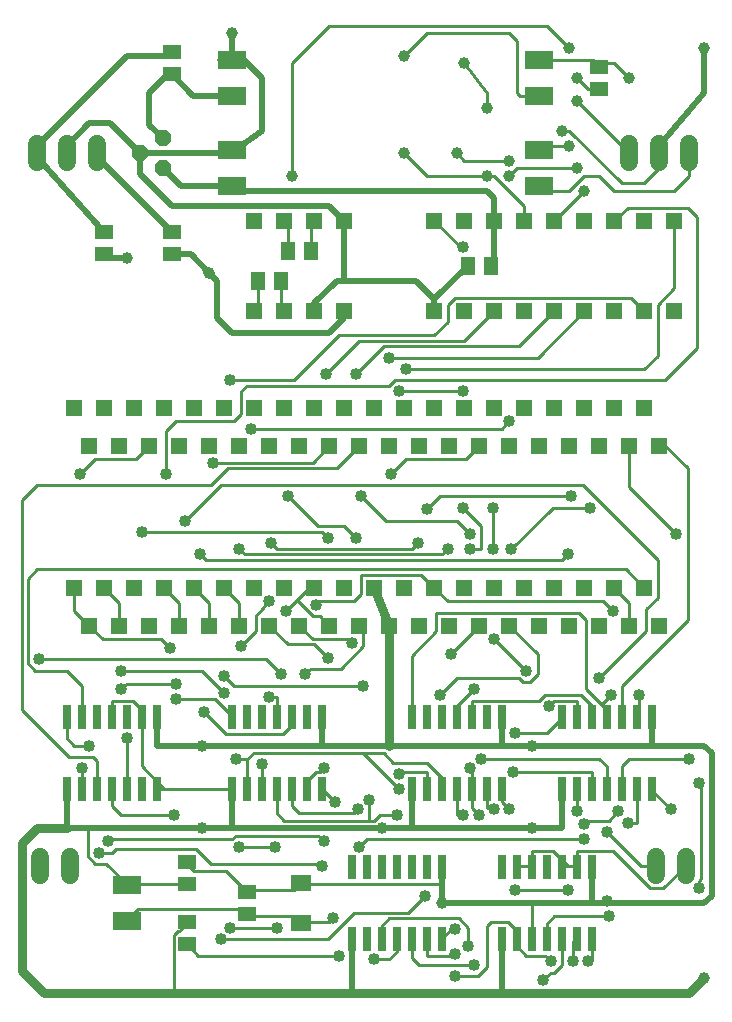
<source format=gbl>
G75*
%MOIN*%
%OFA0B0*%
%FSLAX25Y25*%
%IPPOS*%
%LPD*%
%AMOC8*
5,1,8,0,0,1.08239X$1,22.5*
%
%ADD10R,0.09449X0.06299*%
%ADD11R,0.05200X0.05200*%
%ADD12R,0.02600X0.08000*%
%ADD13C,0.06000*%
%ADD14R,0.05906X0.05118*%
%ADD15R,0.06299X0.05118*%
%ADD16R,0.07087X0.05512*%
%ADD17OC8,0.05200*%
%ADD18R,0.05118X0.05906*%
%ADD19C,0.02000*%
%ADD20C,0.03000*%
%ADD21C,0.03962*%
%ADD22C,0.01000*%
%ADD23C,0.04000*%
D10*
X0041000Y0027594D03*
X0041000Y0039406D03*
X0076000Y0272594D03*
X0076000Y0284406D03*
X0076000Y0302594D03*
X0076000Y0314406D03*
X0178500Y0314406D03*
X0178500Y0302594D03*
X0178500Y0284406D03*
X0178500Y0272594D03*
D11*
X0173500Y0261000D03*
X0183500Y0261000D03*
X0193500Y0261000D03*
X0203500Y0261000D03*
X0213500Y0261000D03*
X0223500Y0261000D03*
X0223500Y0231000D03*
X0213500Y0231000D03*
X0203500Y0231000D03*
X0193500Y0231000D03*
X0183500Y0231000D03*
X0173500Y0231000D03*
X0163500Y0231000D03*
X0153500Y0231000D03*
X0143500Y0231000D03*
X0143500Y0261000D03*
X0153500Y0261000D03*
X0163500Y0261000D03*
X0163500Y0198500D03*
X0153500Y0198500D03*
X0143500Y0198500D03*
X0133500Y0198500D03*
X0123500Y0198500D03*
X0113500Y0198500D03*
X0103500Y0198500D03*
X0098500Y0186000D03*
X0088500Y0186000D03*
X0078500Y0186000D03*
X0068500Y0186000D03*
X0058500Y0186000D03*
X0048500Y0186000D03*
X0038500Y0186000D03*
X0033500Y0198500D03*
X0023500Y0198500D03*
X0028500Y0186000D03*
X0043500Y0198500D03*
X0053500Y0198500D03*
X0063500Y0198500D03*
X0073500Y0198500D03*
X0083500Y0198500D03*
X0093500Y0198500D03*
X0108500Y0186000D03*
X0118500Y0186000D03*
X0128500Y0186000D03*
X0138500Y0186000D03*
X0148500Y0186000D03*
X0158500Y0186000D03*
X0168500Y0186000D03*
X0178500Y0186000D03*
X0188500Y0186000D03*
X0198500Y0186000D03*
X0208500Y0186000D03*
X0218500Y0186000D03*
X0213500Y0198500D03*
X0203500Y0198500D03*
X0193500Y0198500D03*
X0183500Y0198500D03*
X0173500Y0198500D03*
X0173500Y0138500D03*
X0183500Y0138500D03*
X0193500Y0138500D03*
X0203500Y0138500D03*
X0213500Y0138500D03*
X0208500Y0126000D03*
X0198500Y0126000D03*
X0188500Y0126000D03*
X0178500Y0126000D03*
X0168500Y0126000D03*
X0163500Y0138500D03*
X0153500Y0138500D03*
X0143500Y0138500D03*
X0133500Y0138500D03*
X0123500Y0138500D03*
X0113500Y0138500D03*
X0103500Y0138500D03*
X0098500Y0126000D03*
X0088500Y0126000D03*
X0078500Y0126000D03*
X0068500Y0126000D03*
X0058500Y0126000D03*
X0048500Y0126000D03*
X0038500Y0126000D03*
X0033500Y0138500D03*
X0023500Y0138500D03*
X0028500Y0126000D03*
X0043500Y0138500D03*
X0053500Y0138500D03*
X0063500Y0138500D03*
X0073500Y0138500D03*
X0083500Y0138500D03*
X0093500Y0138500D03*
X0108500Y0126000D03*
X0118500Y0126000D03*
X0128500Y0126000D03*
X0138500Y0126000D03*
X0148500Y0126000D03*
X0158500Y0126000D03*
X0218500Y0126000D03*
X0113500Y0231000D03*
X0103500Y0231000D03*
X0093500Y0231000D03*
X0083500Y0231000D03*
X0083500Y0261000D03*
X0093500Y0261000D03*
X0103500Y0261000D03*
X0113500Y0261000D03*
D12*
X0106000Y0095600D03*
X0101000Y0095600D03*
X0096000Y0095600D03*
X0091000Y0095600D03*
X0086000Y0095600D03*
X0081000Y0095600D03*
X0076000Y0095600D03*
X0076000Y0071400D03*
X0081000Y0071400D03*
X0086000Y0071400D03*
X0091000Y0071400D03*
X0096000Y0071400D03*
X0101000Y0071400D03*
X0106000Y0071400D03*
X0116000Y0045600D03*
X0121000Y0045600D03*
X0126000Y0045600D03*
X0131000Y0045600D03*
X0136000Y0045600D03*
X0141000Y0045600D03*
X0146000Y0045600D03*
X0146000Y0021400D03*
X0141000Y0021400D03*
X0136000Y0021400D03*
X0131000Y0021400D03*
X0126000Y0021400D03*
X0121000Y0021400D03*
X0116000Y0021400D03*
X0136000Y0071400D03*
X0141000Y0071400D03*
X0146000Y0071400D03*
X0151000Y0071400D03*
X0156000Y0071400D03*
X0161000Y0071400D03*
X0166000Y0071400D03*
X0186000Y0071400D03*
X0191000Y0071400D03*
X0196000Y0071400D03*
X0201000Y0071400D03*
X0206000Y0071400D03*
X0211000Y0071400D03*
X0216000Y0071400D03*
X0216000Y0095600D03*
X0211000Y0095600D03*
X0206000Y0095600D03*
X0201000Y0095600D03*
X0196000Y0095600D03*
X0191000Y0095600D03*
X0186000Y0095600D03*
X0166000Y0095600D03*
X0161000Y0095600D03*
X0156000Y0095600D03*
X0151000Y0095600D03*
X0146000Y0095600D03*
X0141000Y0095600D03*
X0136000Y0095600D03*
X0166000Y0045600D03*
X0171000Y0045600D03*
X0176000Y0045600D03*
X0181000Y0045600D03*
X0186000Y0045600D03*
X0191000Y0045600D03*
X0196000Y0045600D03*
X0196000Y0021400D03*
X0191000Y0021400D03*
X0186000Y0021400D03*
X0181000Y0021400D03*
X0176000Y0021400D03*
X0171000Y0021400D03*
X0166000Y0021400D03*
X0051000Y0071400D03*
X0046000Y0071400D03*
X0041000Y0071400D03*
X0036000Y0071400D03*
X0031000Y0071400D03*
X0026000Y0071400D03*
X0021000Y0071400D03*
X0021000Y0095600D03*
X0026000Y0095600D03*
X0031000Y0095600D03*
X0036000Y0095600D03*
X0041000Y0095600D03*
X0046000Y0095600D03*
X0051000Y0095600D03*
D13*
X0022000Y0049000D02*
X0022000Y0043000D01*
X0012000Y0043000D02*
X0012000Y0049000D01*
X0011000Y0280500D02*
X0011000Y0286500D01*
X0021000Y0286500D02*
X0021000Y0280500D01*
X0031000Y0280500D02*
X0031000Y0286500D01*
X0208500Y0286500D02*
X0208500Y0280500D01*
X0218500Y0280500D02*
X0218500Y0286500D01*
X0228500Y0286500D02*
X0228500Y0280500D01*
X0227500Y0049000D02*
X0227500Y0043000D01*
X0217500Y0043000D02*
X0217500Y0049000D01*
D14*
X0061000Y0047240D03*
X0061000Y0039760D03*
X0061000Y0027240D03*
X0061000Y0019760D03*
X0056000Y0249760D03*
X0056000Y0257240D03*
X0033500Y0257240D03*
X0033500Y0249760D03*
X0056000Y0309760D03*
X0056000Y0317240D03*
X0198500Y0312240D03*
X0198500Y0304760D03*
D15*
X0081000Y0037240D03*
X0081000Y0029760D03*
D16*
X0099000Y0026807D03*
X0099000Y0040193D03*
D17*
X0053000Y0278500D03*
X0053000Y0288500D03*
X0045500Y0283500D03*
D18*
X0084760Y0241000D03*
X0092240Y0241000D03*
X0094760Y0251000D03*
X0102240Y0251000D03*
X0154760Y0246000D03*
X0162240Y0246000D03*
D19*
X0163500Y0247260D01*
X0163500Y0261000D01*
X0163500Y0268500D01*
X0161000Y0271000D01*
X0079406Y0271000D01*
X0076000Y0272594D01*
X0058906Y0272594D01*
X0053000Y0278500D01*
X0053000Y0288500D02*
X0048500Y0293000D01*
X0048500Y0303500D01*
X0054760Y0309760D01*
X0056000Y0309760D01*
X0063165Y0302594D01*
X0076000Y0302594D01*
X0078500Y0313500D02*
X0076000Y0316000D01*
X0076000Y0323500D01*
X0078047Y0316453D02*
X0086000Y0308500D01*
X0086000Y0291000D01*
X0076906Y0284406D01*
X0076000Y0284406D01*
X0076000Y0283500D01*
X0045500Y0283500D01*
X0035500Y0293500D01*
X0028500Y0293500D01*
X0021000Y0286000D01*
X0021000Y0283500D01*
X0011000Y0283500D02*
X0011000Y0282240D01*
X0033500Y0257240D01*
X0033500Y0248500D02*
X0041000Y0248500D01*
X0056000Y0249760D02*
X0062240Y0249760D01*
X0068500Y0243500D01*
X0071000Y0241000D01*
X0071000Y0228500D01*
X0076000Y0223500D01*
X0108500Y0223500D01*
X0113500Y0228500D01*
X0113500Y0231000D01*
X0113500Y0241000D02*
X0111000Y0241000D01*
X0103500Y0233500D01*
X0103500Y0231000D01*
X0113500Y0241000D02*
X0113500Y0261000D01*
X0108500Y0266000D01*
X0056000Y0266000D01*
X0045500Y0276500D01*
X0045500Y0283500D01*
X0031000Y0283500D02*
X0031000Y0282240D01*
X0056000Y0257240D01*
X0011000Y0286000D02*
X0041000Y0316000D01*
X0054760Y0316000D01*
X0056000Y0317240D01*
X0071906Y0314406D02*
X0076000Y0314406D01*
X0078047Y0316453D01*
X0113500Y0241000D02*
X0137240Y0241000D01*
X0143500Y0234740D01*
X0154760Y0246000D01*
X0143500Y0234740D02*
X0143500Y0231000D01*
X0218500Y0283500D02*
X0218500Y0286000D01*
X0233500Y0303500D01*
X0233500Y0318500D01*
X0216000Y0095600D02*
X0216000Y0086000D01*
X0233500Y0086000D01*
X0236000Y0083500D01*
X0236000Y0036000D01*
X0233500Y0033500D01*
X0201000Y0033500D01*
X0196000Y0033500D01*
X0196000Y0045600D01*
X0196000Y0038500D01*
X0196000Y0033500D02*
X0176000Y0033500D01*
X0146000Y0033500D01*
X0146000Y0039750D01*
X0146000Y0045600D01*
X0136000Y0058500D02*
X0176000Y0058500D01*
X0186000Y0058500D01*
X0186000Y0071400D01*
X0176000Y0086000D02*
X0166000Y0086000D01*
X0128500Y0086000D01*
X0106000Y0086000D01*
X0106000Y0095600D01*
X0106000Y0086000D02*
X0066000Y0086000D01*
X0051000Y0086000D01*
X0051000Y0095600D01*
X0076000Y0071400D02*
X0076000Y0058500D01*
X0066000Y0058500D01*
X0027875Y0058500D01*
X0021000Y0058500D01*
X0021000Y0071400D01*
X0076000Y0058500D02*
X0126000Y0058500D01*
X0126000Y0058900D01*
X0126000Y0058500D02*
X0136000Y0058500D01*
X0136000Y0071400D01*
X0166000Y0086000D02*
X0166000Y0095600D01*
X0176000Y0086000D02*
X0216000Y0086000D01*
X0166000Y0021400D02*
X0166000Y0003500D01*
X0116000Y0003500D02*
X0116000Y0021400D01*
X0011000Y0283500D02*
X0011000Y0286000D01*
D20*
X0006000Y0053500D02*
X0006000Y0011000D01*
X0013500Y0003500D01*
X0056625Y0003500D01*
X0116000Y0003500D01*
X0166000Y0003500D01*
X0228500Y0003500D01*
X0233500Y0008500D01*
X0128500Y0086000D02*
X0128500Y0126000D01*
X0123500Y0138500D01*
X0021000Y0058500D02*
X0011000Y0058500D01*
X0006000Y0053500D01*
D21*
X0066000Y0058500D03*
X0066000Y0086000D03*
X0126000Y0058500D03*
X0146000Y0033500D03*
X0176000Y0058500D03*
X0176000Y0086000D03*
X0233500Y0008500D03*
X0068500Y0243500D03*
X0041000Y0248500D03*
X0096000Y0276000D03*
X0076000Y0323500D03*
X0133500Y0316000D03*
X0153500Y0313500D03*
X0161000Y0298500D03*
X0151000Y0283500D03*
X0161000Y0276000D03*
X0168500Y0276000D03*
X0168500Y0281000D03*
X0186000Y0291000D03*
X0188500Y0286000D03*
X0191000Y0278500D03*
X0193500Y0271000D03*
X0191000Y0301000D03*
X0191000Y0308500D03*
X0188500Y0318500D03*
X0208500Y0308500D03*
X0233500Y0318500D03*
X0133500Y0283500D03*
D22*
X0141000Y0276000D01*
X0161000Y0276000D01*
X0163500Y0276000D01*
X0173500Y0266000D01*
X0173500Y0261000D01*
X0180094Y0271000D02*
X0188500Y0271000D01*
X0193500Y0276000D01*
X0198500Y0276000D01*
X0203500Y0271000D01*
X0223500Y0271000D01*
X0228500Y0276000D01*
X0228500Y0283500D01*
X0218500Y0283500D02*
X0218500Y0278500D01*
X0213500Y0273500D01*
X0206000Y0273500D01*
X0188500Y0291000D01*
X0186000Y0291000D01*
X0188500Y0286000D02*
X0180094Y0286000D01*
X0178500Y0284406D01*
X0171000Y0278500D02*
X0168500Y0276000D01*
X0171000Y0278500D02*
X0191000Y0278500D01*
X0193500Y0271000D02*
X0183500Y0261000D01*
X0180094Y0271000D02*
X0178500Y0272594D01*
X0179406Y0273500D01*
X0168500Y0281000D02*
X0153500Y0281000D01*
X0151000Y0283500D01*
X0161000Y0298500D02*
X0161000Y0303500D01*
X0153500Y0313500D01*
X0141000Y0323500D02*
X0133500Y0316000D01*
X0141000Y0323500D02*
X0168500Y0323500D01*
X0171000Y0321000D01*
X0171000Y0303500D01*
X0171906Y0302594D01*
X0178500Y0302594D01*
X0178500Y0314406D02*
X0196335Y0314406D01*
X0198500Y0312240D01*
X0199760Y0313500D01*
X0203500Y0313500D01*
X0208500Y0308500D01*
X0198500Y0304760D02*
X0194740Y0304760D01*
X0191000Y0308500D01*
X0191000Y0301000D02*
X0208500Y0283500D01*
X0207875Y0265375D02*
X0203500Y0261000D01*
X0207875Y0265375D02*
X0227875Y0265375D01*
X0231000Y0262250D01*
X0231000Y0218500D01*
X0220375Y0207875D01*
X0130375Y0207875D01*
X0128500Y0206000D01*
X0081000Y0206000D01*
X0079125Y0204125D01*
X0079125Y0196625D01*
X0076625Y0194125D01*
X0057250Y0194125D01*
X0054125Y0191000D01*
X0054125Y0176625D01*
X0048500Y0186000D02*
X0044125Y0181625D01*
X0030375Y0181625D01*
X0025375Y0176625D01*
X0011000Y0172875D02*
X0006000Y0167875D01*
X0006000Y0097875D01*
X0021625Y0082250D01*
X0029750Y0082250D01*
X0031000Y0081000D01*
X0031000Y0071400D01*
X0026000Y0071400D02*
X0026000Y0078500D01*
X0023500Y0086000D02*
X0021000Y0088500D01*
X0021000Y0095600D01*
X0026000Y0095600D02*
X0026000Y0106000D01*
X0021000Y0111000D01*
X0010375Y0111000D01*
X0007875Y0113500D01*
X0007875Y0141625D01*
X0011000Y0144750D01*
X0207250Y0144750D01*
X0213500Y0138500D01*
X0217875Y0135375D02*
X0217875Y0147875D01*
X0192875Y0172875D01*
X0072250Y0172875D01*
X0060375Y0161000D01*
X0065375Y0149750D02*
X0067250Y0147875D01*
X0186000Y0147875D01*
X0187875Y0149750D01*
X0182875Y0165375D02*
X0195375Y0165375D01*
X0189125Y0169125D02*
X0145375Y0169125D01*
X0141000Y0164750D01*
X0151000Y0161000D02*
X0127250Y0161000D01*
X0119125Y0169125D01*
X0113500Y0159125D02*
X0117250Y0155375D01*
X0113500Y0159125D02*
X0104750Y0159125D01*
X0094750Y0169125D01*
X0102875Y0180375D02*
X0069750Y0180375D01*
X0074750Y0178500D02*
X0069125Y0172875D01*
X0011000Y0172875D01*
X0023500Y0138500D02*
X0023500Y0131000D01*
X0028500Y0126000D01*
X0032875Y0121625D01*
X0052250Y0121625D01*
X0055375Y0118500D01*
X0058500Y0126000D02*
X0058500Y0133500D01*
X0053500Y0138500D01*
X0063500Y0138500D02*
X0068500Y0133500D01*
X0068500Y0126000D01*
X0078500Y0126000D02*
X0078500Y0133500D01*
X0073500Y0138500D01*
X0080375Y0149750D02*
X0078500Y0151625D01*
X0080375Y0149750D02*
X0146000Y0149750D01*
X0147875Y0151625D01*
X0155375Y0156625D02*
X0151000Y0161000D01*
X0152875Y0165375D02*
X0159125Y0159125D01*
X0159125Y0151625D01*
X0155375Y0151625D01*
X0162875Y0151625D02*
X0162875Y0165375D01*
X0169125Y0151625D02*
X0182875Y0165375D01*
X0166000Y0191625D02*
X0082250Y0191625D01*
X0074750Y0178500D02*
X0111000Y0178500D01*
X0118500Y0186000D01*
X0108500Y0186000D02*
X0102875Y0180375D01*
X0106000Y0157250D02*
X0046000Y0157250D01*
X0033500Y0138500D02*
X0038500Y0133500D01*
X0038500Y0126000D01*
X0039125Y0111000D02*
X0066000Y0111000D01*
X0073500Y0103500D01*
X0070375Y0101625D02*
X0057250Y0101625D01*
X0057250Y0106625D02*
X0041000Y0106625D01*
X0039125Y0104750D01*
X0036000Y0101000D02*
X0042875Y0101000D01*
X0046000Y0097875D01*
X0046000Y0095600D01*
X0046000Y0079125D01*
X0053500Y0071625D01*
X0051000Y0071625D01*
X0051000Y0071400D01*
X0053500Y0071625D02*
X0075375Y0071625D01*
X0076000Y0071400D01*
X0081000Y0071400D02*
X0081000Y0081625D01*
X0077250Y0081625D01*
X0081000Y0081625D02*
X0083500Y0083500D01*
X0119750Y0083500D01*
X0131625Y0071625D01*
X0131625Y0076625D02*
X0132250Y0077250D01*
X0141000Y0077250D01*
X0141000Y0071400D01*
X0146000Y0071400D02*
X0146000Y0075375D01*
X0141000Y0080375D01*
X0129750Y0080375D01*
X0126625Y0083500D01*
X0119750Y0083500D01*
X0106625Y0078500D02*
X0105375Y0077250D01*
X0104125Y0077250D01*
X0101000Y0074125D01*
X0101000Y0071400D01*
X0096000Y0071400D02*
X0096000Y0066000D01*
X0098500Y0063500D01*
X0116625Y0063500D01*
X0117875Y0064750D01*
X0121625Y0067875D02*
X0121625Y0061000D01*
X0093500Y0061000D01*
X0091000Y0063500D01*
X0091000Y0071400D01*
X0086000Y0071400D02*
X0086000Y0079750D01*
X0092875Y0089750D02*
X0096000Y0092875D01*
X0096000Y0095600D01*
X0091000Y0095600D02*
X0091000Y0102250D01*
X0088500Y0102250D01*
X0092250Y0109750D02*
X0087250Y0114750D01*
X0011625Y0114750D01*
X0023500Y0086000D02*
X0028500Y0086000D01*
X0036000Y0095600D02*
X0036000Y0101000D01*
X0041000Y0088500D02*
X0041000Y0071400D01*
X0036000Y0066000D02*
X0039125Y0062875D01*
X0056625Y0062875D01*
X0064125Y0051625D02*
X0037250Y0051625D01*
X0036000Y0050375D01*
X0031625Y0050375D01*
X0027875Y0049125D02*
X0030375Y0046625D01*
X0034125Y0046625D01*
X0041000Y0039750D01*
X0041000Y0039406D01*
X0041000Y0039750D02*
X0061000Y0039750D01*
X0061000Y0039760D01*
X0063500Y0044125D02*
X0074125Y0044125D01*
X0081000Y0037250D01*
X0081000Y0037240D01*
X0081000Y0037875D01*
X0096625Y0037875D01*
X0098500Y0039750D01*
X0099000Y0040193D01*
X0099125Y0039750D01*
X0146000Y0039750D01*
X0140375Y0036000D02*
X0134750Y0030375D01*
X0116625Y0030375D01*
X0107875Y0021625D01*
X0072250Y0021625D01*
X0075375Y0025375D02*
X0091000Y0025375D01*
X0096625Y0029125D02*
X0098500Y0027250D01*
X0099000Y0026807D01*
X0099125Y0027250D01*
X0108500Y0027250D01*
X0109750Y0028500D01*
X0111625Y0016000D02*
X0064750Y0016000D01*
X0061000Y0019750D01*
X0061000Y0019760D01*
X0058500Y0024125D02*
X0057875Y0024125D01*
X0056625Y0022875D01*
X0056625Y0003500D01*
X0058500Y0024125D02*
X0061000Y0026625D01*
X0061000Y0027240D01*
X0063500Y0044125D02*
X0061000Y0046625D01*
X0061000Y0047240D01*
X0064125Y0051625D02*
X0069125Y0046625D01*
X0105375Y0046625D01*
X0106000Y0046000D01*
X0106625Y0054125D02*
X0104750Y0056000D01*
X0077250Y0056000D01*
X0076000Y0054750D01*
X0035375Y0054750D01*
X0034750Y0054125D01*
X0027875Y0058500D02*
X0027875Y0049125D01*
X0036000Y0066000D02*
X0036000Y0071400D01*
X0044750Y0031625D02*
X0079750Y0031625D01*
X0081000Y0030375D01*
X0081000Y0029760D01*
X0081000Y0029750D01*
X0081625Y0029125D01*
X0096625Y0029125D01*
X0090375Y0052250D02*
X0078500Y0052250D01*
X0106000Y0071000D02*
X0106000Y0071400D01*
X0106000Y0071000D02*
X0106625Y0071000D01*
X0110375Y0067250D01*
X0121625Y0061000D02*
X0123500Y0061000D01*
X0125375Y0062875D01*
X0131000Y0062875D01*
X0121000Y0054750D02*
X0118500Y0052250D01*
X0121000Y0054750D02*
X0193500Y0054750D01*
X0191000Y0051000D02*
X0202875Y0051000D01*
X0215375Y0038500D01*
X0219750Y0038500D01*
X0227250Y0046000D01*
X0227500Y0046000D01*
X0232250Y0041625D02*
X0232250Y0073500D01*
X0231625Y0073500D01*
X0228500Y0081625D02*
X0208500Y0081625D01*
X0206000Y0079125D01*
X0206000Y0071400D01*
X0201000Y0071400D02*
X0201000Y0079125D01*
X0198500Y0081625D01*
X0159125Y0081625D01*
X0156000Y0078500D02*
X0155375Y0078500D01*
X0156000Y0078500D02*
X0156000Y0071400D01*
X0156000Y0065375D01*
X0158500Y0062875D01*
X0161000Y0065375D02*
X0162875Y0065375D01*
X0163500Y0064750D01*
X0161000Y0065375D02*
X0161000Y0071400D01*
X0166000Y0071400D02*
X0166000Y0067250D01*
X0168500Y0064750D01*
X0169750Y0077250D02*
X0196000Y0077250D01*
X0196000Y0071400D01*
X0191000Y0071400D02*
X0191000Y0064125D01*
X0194750Y0061000D02*
X0193500Y0059750D01*
X0194750Y0061000D02*
X0201625Y0061000D01*
X0204750Y0064125D01*
X0207875Y0060375D02*
X0211000Y0060375D01*
X0211000Y0071400D01*
X0216000Y0071400D02*
X0216000Y0071000D01*
X0222250Y0064750D01*
X0217500Y0046000D02*
X0212250Y0046000D01*
X0201000Y0057250D01*
X0191000Y0051000D02*
X0191000Y0046000D01*
X0191000Y0045600D01*
X0191000Y0046000D02*
X0187875Y0046000D01*
X0182875Y0051000D01*
X0176000Y0051000D01*
X0176000Y0046000D01*
X0176000Y0045600D01*
X0176000Y0046000D02*
X0171000Y0046000D01*
X0171000Y0045600D01*
X0170375Y0037875D02*
X0187875Y0037875D01*
X0186000Y0045600D02*
X0186000Y0046000D01*
X0187875Y0046000D01*
X0176000Y0033500D02*
X0176000Y0021400D01*
X0181000Y0021400D02*
X0181000Y0026625D01*
X0183500Y0029125D01*
X0201625Y0029125D01*
X0201000Y0033500D02*
X0201000Y0034125D01*
X0196000Y0021400D02*
X0196000Y0014125D01*
X0194750Y0014125D01*
X0189750Y0014125D02*
X0189750Y0021000D01*
X0191000Y0021000D01*
X0191000Y0021400D01*
X0186000Y0021400D02*
X0186000Y0012875D01*
X0183500Y0010375D01*
X0182250Y0010375D01*
X0179750Y0007875D01*
X0182250Y0014125D02*
X0180375Y0016000D01*
X0174125Y0016000D01*
X0171000Y0019125D01*
X0171000Y0021400D01*
X0171000Y0024125D01*
X0167875Y0027250D01*
X0162250Y0027250D01*
X0161000Y0026000D01*
X0161000Y0012250D01*
X0157875Y0009125D01*
X0150375Y0009125D01*
X0149750Y0016000D02*
X0150375Y0016625D01*
X0149750Y0016000D02*
X0141000Y0016000D01*
X0141000Y0021400D01*
X0136000Y0021400D02*
X0136000Y0015375D01*
X0138500Y0012875D01*
X0156625Y0012875D01*
X0154750Y0019125D02*
X0154750Y0025375D01*
X0151625Y0028500D01*
X0128500Y0028500D01*
X0126000Y0026000D01*
X0126000Y0021400D01*
X0131000Y0021400D02*
X0131000Y0017250D01*
X0128500Y0014750D01*
X0123500Y0014750D01*
X0146000Y0021400D02*
X0146000Y0021625D01*
X0149125Y0024750D01*
X0150375Y0024750D01*
X0151000Y0062875D02*
X0152875Y0062875D01*
X0151000Y0062875D02*
X0151000Y0071400D01*
X0151000Y0095600D02*
X0151000Y0099125D01*
X0156625Y0104750D01*
X0156000Y0101000D02*
X0178500Y0101000D01*
X0180375Y0102875D01*
X0192250Y0102875D01*
X0196000Y0099125D01*
X0196000Y0095600D01*
X0198812Y0100062D02*
X0199125Y0100375D01*
X0199750Y0100375D01*
X0202250Y0102875D01*
X0206000Y0106000D02*
X0227875Y0127875D01*
X0227875Y0178500D01*
X0220375Y0186000D01*
X0218500Y0186000D01*
X0208500Y0186000D02*
X0208500Y0172250D01*
X0224125Y0156625D01*
X0217875Y0135375D02*
X0214125Y0131625D01*
X0214125Y0124125D01*
X0198500Y0108500D01*
X0194125Y0104750D02*
X0198812Y0100062D01*
X0201000Y0097875D01*
X0201000Y0095600D01*
X0206000Y0095600D02*
X0206000Y0106000D01*
X0211625Y0102875D02*
X0211625Y0096000D01*
X0211000Y0096000D01*
X0211000Y0095600D01*
X0194125Y0104750D02*
X0194125Y0127875D01*
X0191625Y0130375D01*
X0144125Y0130375D01*
X0144125Y0124125D01*
X0136000Y0116000D01*
X0136000Y0095600D01*
X0145375Y0102875D02*
X0151000Y0108500D01*
X0171625Y0108500D01*
X0172875Y0107250D01*
X0175375Y0107250D01*
X0177875Y0109750D01*
X0177875Y0116625D01*
X0168500Y0126000D01*
X0163500Y0121625D02*
X0174125Y0111000D01*
X0183500Y0101000D02*
X0181625Y0099125D01*
X0183500Y0101000D02*
X0191000Y0101000D01*
X0191000Y0095600D01*
X0186000Y0095600D02*
X0186000Y0095375D01*
X0181000Y0090375D01*
X0170375Y0090375D01*
X0156000Y0095600D02*
X0156000Y0101000D01*
X0149125Y0116625D02*
X0158500Y0126000D01*
X0147875Y0134125D02*
X0143500Y0138500D01*
X0139125Y0142875D01*
X0119125Y0142875D01*
X0119125Y0136625D01*
X0116625Y0134125D01*
X0105375Y0134125D01*
X0104125Y0132875D01*
X0102875Y0129125D02*
X0097562Y0134438D01*
X0094125Y0131000D01*
X0097562Y0134438D02*
X0101625Y0138500D01*
X0103500Y0138500D01*
X0102875Y0129125D02*
X0105375Y0129125D01*
X0108500Y0126000D01*
X0102875Y0121625D02*
X0114750Y0121625D01*
X0116000Y0120375D01*
X0119750Y0119125D02*
X0119750Y0126000D01*
X0118500Y0126000D01*
X0119750Y0119125D02*
X0112250Y0111625D01*
X0102250Y0111625D01*
X0100375Y0109750D01*
X0107875Y0115375D02*
X0103500Y0119750D01*
X0094750Y0119750D01*
X0088500Y0126000D01*
X0084125Y0124125D02*
X0084125Y0129125D01*
X0088500Y0134125D01*
X0084125Y0124125D02*
X0079125Y0119125D01*
X0073500Y0109125D02*
X0076625Y0106000D01*
X0119750Y0106000D01*
X0102875Y0121625D02*
X0098500Y0126000D01*
X0091000Y0151625D02*
X0089125Y0153500D01*
X0091000Y0151625D02*
X0136000Y0151625D01*
X0137875Y0153500D01*
X0147875Y0134125D02*
X0199750Y0134125D01*
X0202875Y0131000D01*
X0208500Y0133500D02*
X0208500Y0126000D01*
X0208500Y0133500D02*
X0203500Y0138500D01*
X0166000Y0191625D02*
X0168500Y0194125D01*
X0158500Y0186000D02*
X0154125Y0181625D01*
X0134125Y0181625D01*
X0129125Y0176625D01*
X0131625Y0204125D02*
X0152875Y0204125D01*
X0153500Y0221000D02*
X0118500Y0221000D01*
X0107250Y0209750D01*
X0117250Y0209750D02*
X0126625Y0219125D01*
X0171625Y0219125D01*
X0183500Y0231000D01*
X0193500Y0231000D02*
X0177875Y0215375D01*
X0128500Y0215375D01*
X0134125Y0211625D02*
X0213500Y0211625D01*
X0217875Y0216000D01*
X0217875Y0232875D01*
X0223500Y0238500D01*
X0223500Y0261000D01*
X0209125Y0235375D02*
X0150375Y0235375D01*
X0147875Y0232875D01*
X0147875Y0227250D01*
X0143500Y0222875D01*
X0111625Y0222875D01*
X0096625Y0207875D01*
X0075375Y0207875D01*
X0083500Y0231000D02*
X0084760Y0232260D01*
X0084760Y0241000D01*
X0083500Y0239740D01*
X0092240Y0241000D02*
X0092240Y0232260D01*
X0093500Y0231000D01*
X0093500Y0239740D02*
X0092240Y0241000D01*
X0094760Y0251000D02*
X0094760Y0259740D01*
X0093500Y0261000D01*
X0102240Y0259740D02*
X0102240Y0251000D01*
X0102240Y0259740D02*
X0103500Y0261000D01*
X0096000Y0276000D02*
X0096000Y0313500D01*
X0108500Y0326000D01*
X0181000Y0326000D01*
X0188500Y0318500D01*
X0143500Y0261000D02*
X0152250Y0252250D01*
X0152875Y0252250D01*
X0163500Y0231000D02*
X0153500Y0221000D01*
X0106000Y0157250D02*
X0107875Y0155375D01*
X0070375Y0101625D02*
X0076000Y0096000D01*
X0076000Y0095600D01*
X0074125Y0089750D02*
X0092875Y0089750D01*
X0074125Y0089750D02*
X0066625Y0097250D01*
X0044750Y0031625D02*
X0041000Y0027875D01*
X0041000Y0027594D01*
X0033500Y0248500D02*
X0033500Y0249760D01*
X0209125Y0235375D02*
X0213500Y0231000D01*
X0232250Y0041625D02*
X0231625Y0041000D01*
X0231625Y0038500D01*
D23*
X0231625Y0038500D03*
X0222250Y0064750D03*
X0231625Y0073500D03*
X0228500Y0081625D03*
X0211625Y0102875D03*
X0202250Y0102875D03*
X0198500Y0108500D03*
X0181625Y0099125D03*
X0174125Y0111000D03*
X0163500Y0121625D03*
X0149125Y0116625D03*
X0156625Y0104750D03*
X0145375Y0102875D03*
X0159125Y0081625D03*
X0155375Y0078500D03*
X0152875Y0062875D03*
X0158500Y0062875D03*
X0163500Y0064750D03*
X0168500Y0064750D03*
X0169750Y0077250D03*
X0170375Y0090375D03*
X0191000Y0064125D03*
X0193500Y0059750D03*
X0193500Y0054750D03*
X0201000Y0057250D03*
X0204750Y0064125D03*
X0207875Y0060375D03*
X0201000Y0034125D03*
X0201625Y0029125D03*
X0194750Y0014125D03*
X0189750Y0014125D03*
X0182250Y0014125D03*
X0179750Y0007875D03*
X0156625Y0012875D03*
X0154750Y0019125D03*
X0150375Y0016625D03*
X0150375Y0024750D03*
X0140375Y0036000D03*
X0123500Y0014750D03*
X0111625Y0016000D03*
X0109750Y0028500D03*
X0106000Y0046000D03*
X0106625Y0054125D03*
X0110375Y0067250D03*
X0106625Y0078500D03*
X0117875Y0064750D03*
X0121625Y0067875D03*
X0131000Y0062875D03*
X0131625Y0071625D03*
X0131625Y0076625D03*
X0118500Y0052250D03*
X0090375Y0052250D03*
X0078500Y0052250D03*
X0075375Y0025375D03*
X0072250Y0021625D03*
X0091000Y0025375D03*
X0056625Y0062875D03*
X0041000Y0088500D03*
X0039125Y0104750D03*
X0039125Y0111000D03*
X0055375Y0118500D03*
X0057250Y0106625D03*
X0057250Y0101625D03*
X0066625Y0097250D03*
X0073500Y0103500D03*
X0073500Y0109125D03*
X0079125Y0119125D03*
X0088500Y0134125D03*
X0094125Y0131000D03*
X0104125Y0132875D03*
X0116000Y0120375D03*
X0107875Y0115375D03*
X0100375Y0109750D03*
X0092250Y0109750D03*
X0088500Y0102250D03*
X0086000Y0079750D03*
X0077250Y0081625D03*
X0119750Y0106000D03*
X0137875Y0153500D03*
X0147875Y0151625D03*
X0155375Y0151625D03*
X0155375Y0156625D03*
X0162875Y0151625D03*
X0169125Y0151625D03*
X0162875Y0165375D03*
X0152875Y0165375D03*
X0141000Y0164750D03*
X0129125Y0176625D03*
X0119125Y0169125D03*
X0117250Y0155375D03*
X0107875Y0155375D03*
X0094750Y0169125D03*
X0089125Y0153500D03*
X0078500Y0151625D03*
X0065375Y0149750D03*
X0060375Y0161000D03*
X0054125Y0176625D03*
X0046000Y0157250D03*
X0025375Y0176625D03*
X0069750Y0180375D03*
X0082250Y0191625D03*
X0075375Y0207875D03*
X0107250Y0209750D03*
X0117250Y0209750D03*
X0128500Y0215375D03*
X0134125Y0211625D03*
X0131625Y0204125D03*
X0152875Y0204125D03*
X0168500Y0194125D03*
X0189125Y0169125D03*
X0195375Y0165375D03*
X0187875Y0149750D03*
X0202875Y0131000D03*
X0224125Y0156625D03*
X0152875Y0252250D03*
X0028500Y0086000D03*
X0026000Y0078500D03*
X0034750Y0054125D03*
X0031625Y0050375D03*
X0011625Y0114750D03*
X0150375Y0009125D03*
X0170375Y0037875D03*
X0187875Y0037875D03*
M02*

</source>
